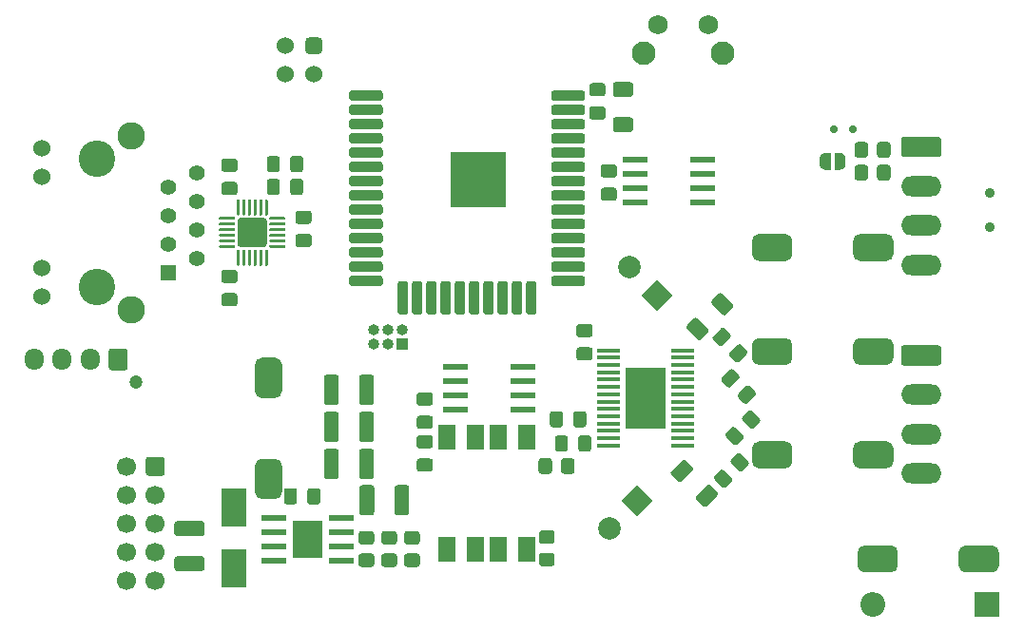
<source format=gbs>
G04 #@! TF.GenerationSoftware,KiCad,Pcbnew,(5.1.8)-1*
G04 #@! TF.CreationDate,2021-07-21T13:57:44+02:00*
G04 #@! TF.ProjectId,sensactHsNano,73656e73-6163-4744-9873-4e616e6f2e6b,rev?*
G04 #@! TF.SameCoordinates,Original*
G04 #@! TF.FileFunction,Soldermask,Bot*
G04 #@! TF.FilePolarity,Negative*
%FSLAX46Y46*%
G04 Gerber Fmt 4.6, Leading zero omitted, Abs format (unit mm)*
G04 Created by KiCad (PCBNEW (5.1.8)-1) date 2021-07-21 13:57:44*
%MOMM*%
%LPD*%
G01*
G04 APERTURE LIST*
%ADD10C,0.100000*%
%ADD11C,0.900000*%
%ADD12C,1.200000*%
%ADD13O,1.700000X1.950000*%
%ADD14C,1.524000*%
%ADD15O,2.200000X2.200000*%
%ADD16R,2.200000X2.200000*%
%ADD17O,3.600000X1.800000*%
%ADD18C,2.000000*%
%ADD19R,1.500000X2.300000*%
%ADD20R,5.000000X5.000000*%
%ADD21R,2.200000X0.600000*%
%ADD22O,1.000000X1.000000*%
%ADD23R,1.000000X1.000000*%
%ADD24C,0.700000*%
%ADD25C,2.100000*%
%ADD26C,1.750000*%
%ADD27C,1.700000*%
%ADD28C,3.250000*%
%ADD29C,2.445000*%
%ADD30C,1.530000*%
%ADD31C,1.398000*%
%ADD32R,1.398000X1.398000*%
%ADD33R,2.300000X3.500000*%
%ADD34R,3.600000X5.500000*%
%ADD35R,2.000000X0.400000*%
G04 APERTURE END LIST*
D10*
G36*
X179720000Y-110883602D02*
G01*
X179744534Y-110883602D01*
X179793365Y-110888412D01*
X179841490Y-110897984D01*
X179888445Y-110912228D01*
X179933778Y-110931005D01*
X179977051Y-110954136D01*
X180017850Y-110981396D01*
X180055779Y-111012524D01*
X180090476Y-111047221D01*
X180121604Y-111085150D01*
X180148864Y-111125949D01*
X180171995Y-111169222D01*
X180190772Y-111214555D01*
X180205016Y-111261510D01*
X180214588Y-111309635D01*
X180219398Y-111358466D01*
X180219398Y-111383000D01*
X180220000Y-111383000D01*
X180220000Y-111883000D01*
X180219398Y-111883000D01*
X180219398Y-111907534D01*
X180214588Y-111956365D01*
X180205016Y-112004490D01*
X180190772Y-112051445D01*
X180171995Y-112096778D01*
X180148864Y-112140051D01*
X180121604Y-112180850D01*
X180090476Y-112218779D01*
X180055779Y-112253476D01*
X180017850Y-112284604D01*
X179977051Y-112311864D01*
X179933778Y-112334995D01*
X179888445Y-112353772D01*
X179841490Y-112368016D01*
X179793365Y-112377588D01*
X179744534Y-112382398D01*
X179720000Y-112382398D01*
X179720000Y-112383000D01*
X179220000Y-112383000D01*
X179220000Y-110883000D01*
X179720000Y-110883000D01*
X179720000Y-110883602D01*
G37*
G36*
X178920000Y-112383000D02*
G01*
X178420000Y-112383000D01*
X178420000Y-112382398D01*
X178395466Y-112382398D01*
X178346635Y-112377588D01*
X178298510Y-112368016D01*
X178251555Y-112353772D01*
X178206222Y-112334995D01*
X178162949Y-112311864D01*
X178122150Y-112284604D01*
X178084221Y-112253476D01*
X178049524Y-112218779D01*
X178018396Y-112180850D01*
X177991136Y-112140051D01*
X177968005Y-112096778D01*
X177949228Y-112051445D01*
X177934984Y-112004490D01*
X177925412Y-111956365D01*
X177920602Y-111907534D01*
X177920602Y-111883000D01*
X177920000Y-111883000D01*
X177920000Y-111383000D01*
X177920602Y-111383000D01*
X177920602Y-111358466D01*
X177925412Y-111309635D01*
X177934984Y-111261510D01*
X177949228Y-111214555D01*
X177968005Y-111169222D01*
X177991136Y-111125949D01*
X178018396Y-111085150D01*
X178049524Y-111047221D01*
X178084221Y-111012524D01*
X178122150Y-110981396D01*
X178162949Y-110954136D01*
X178206222Y-110931005D01*
X178251555Y-110912228D01*
X178298510Y-110897984D01*
X178346635Y-110888412D01*
X178395466Y-110883602D01*
X178420000Y-110883602D01*
X178420000Y-110883000D01*
X178920000Y-110883000D01*
X178920000Y-112383000D01*
G37*
G36*
G01*
X183026000Y-111067001D02*
X183026000Y-110166999D01*
G75*
G02*
X183275999Y-109917000I249999J0D01*
G01*
X183976001Y-109917000D01*
G75*
G02*
X184226000Y-110166999I0J-249999D01*
G01*
X184226000Y-111067001D01*
G75*
G02*
X183976001Y-111317000I-249999J0D01*
G01*
X183275999Y-111317000D01*
G75*
G02*
X183026000Y-111067001I0J249999D01*
G01*
G37*
G36*
G01*
X181026000Y-111067001D02*
X181026000Y-110166999D01*
G75*
G02*
X181275999Y-109917000I249999J0D01*
G01*
X181976001Y-109917000D01*
G75*
G02*
X182226000Y-110166999I0J-249999D01*
G01*
X182226000Y-111067001D01*
G75*
G02*
X181976001Y-111317000I-249999J0D01*
G01*
X181275999Y-111317000D01*
G75*
G02*
X181026000Y-111067001I0J249999D01*
G01*
G37*
G36*
G01*
X182226000Y-112198999D02*
X182226000Y-113099001D01*
G75*
G02*
X181976001Y-113349000I-249999J0D01*
G01*
X181275999Y-113349000D01*
G75*
G02*
X181026000Y-113099001I0J249999D01*
G01*
X181026000Y-112198999D01*
G75*
G02*
X181275999Y-111949000I249999J0D01*
G01*
X181976001Y-111949000D01*
G75*
G02*
X182226000Y-112198999I0J-249999D01*
G01*
G37*
G36*
G01*
X184226000Y-112198999D02*
X184226000Y-113099001D01*
G75*
G02*
X183976001Y-113349000I-249999J0D01*
G01*
X183275999Y-113349000D01*
G75*
G02*
X183026000Y-113099001I0J249999D01*
G01*
X183026000Y-112198999D01*
G75*
G02*
X183275999Y-111949000I249999J0D01*
G01*
X183976001Y-111949000D01*
G75*
G02*
X184226000Y-112198999I0J-249999D01*
G01*
G37*
D11*
X193040000Y-114476400D03*
X193040000Y-117476400D03*
D12*
X117043000Y-131286000D03*
D13*
X107943000Y-129286000D03*
X110443000Y-129286000D03*
X112943000Y-129286000D03*
G36*
G01*
X116293000Y-128561000D02*
X116293000Y-130011000D01*
G75*
G02*
X116043000Y-130261000I-250000J0D01*
G01*
X114843000Y-130261000D01*
G75*
G02*
X114593000Y-130011000I0J250000D01*
G01*
X114593000Y-128561000D01*
G75*
G02*
X114843000Y-128311000I250000J0D01*
G01*
X116043000Y-128311000D01*
G75*
G02*
X116293000Y-128561000I0J-250000D01*
G01*
G37*
D14*
X130330000Y-103886000D03*
X132870000Y-103886000D03*
X130330000Y-101346000D03*
G36*
G01*
X132108000Y-101727000D02*
X132108000Y-100965000D01*
G75*
G02*
X132489000Y-100584000I381000J0D01*
G01*
X133251000Y-100584000D01*
G75*
G02*
X133632000Y-100965000I0J-381000D01*
G01*
X133632000Y-101727000D01*
G75*
G02*
X133251000Y-102108000I-381000J0D01*
G01*
X132489000Y-102108000D01*
G75*
G02*
X132108000Y-101727000I0J381000D01*
G01*
G37*
D15*
X182676800Y-151130000D03*
D16*
X192836800Y-151130000D03*
G36*
G01*
X130028800Y-138732800D02*
X130028800Y-141132800D01*
G75*
G02*
X129428800Y-141732800I-600000J0D01*
G01*
X128228800Y-141732800D01*
G75*
G02*
X127628800Y-141132800I0J600000D01*
G01*
X127628800Y-138732800D01*
G75*
G02*
X128228800Y-138132800I600000J0D01*
G01*
X129428800Y-138132800D01*
G75*
G02*
X130028800Y-138732800I0J-600000D01*
G01*
G37*
G36*
G01*
X130028800Y-129732800D02*
X130028800Y-132132800D01*
G75*
G02*
X129428800Y-132732800I-600000J0D01*
G01*
X128228800Y-132732800D01*
G75*
G02*
X127628800Y-132132800I0J600000D01*
G01*
X127628800Y-129732800D01*
G75*
G02*
X128228800Y-129132800I600000J0D01*
G01*
X129428800Y-129132800D01*
G75*
G02*
X130028800Y-129732800I0J-600000D01*
G01*
G37*
D17*
X186944000Y-139430400D03*
X186944000Y-135930400D03*
X186944000Y-132430400D03*
G36*
G01*
X185394000Y-128030400D02*
X188494000Y-128030400D01*
G75*
G02*
X188744000Y-128280400I0J-250000D01*
G01*
X188744000Y-129580400D01*
G75*
G02*
X188494000Y-129830400I-250000J0D01*
G01*
X185394000Y-129830400D01*
G75*
G02*
X185144000Y-129580400I0J250000D01*
G01*
X185144000Y-128280400D01*
G75*
G02*
X185394000Y-128030400I250000J0D01*
G01*
G37*
D18*
X159196126Y-144333874D03*
D10*
G36*
X161671000Y-140444786D02*
G01*
X163085214Y-141859000D01*
X161671000Y-143273214D01*
X160256786Y-141859000D01*
X161671000Y-140444786D01*
G37*
D19*
X149250400Y-146173200D03*
X151790400Y-146173200D03*
X151790400Y-136173200D03*
X149250400Y-136173200D03*
X147269200Y-136173200D03*
X144729200Y-136173200D03*
X144729200Y-146173200D03*
X147269200Y-146173200D03*
G36*
G01*
X154069201Y-145716800D02*
X153169199Y-145716800D01*
G75*
G02*
X152919200Y-145466801I0J249999D01*
G01*
X152919200Y-144766799D01*
G75*
G02*
X153169199Y-144516800I249999J0D01*
G01*
X154069201Y-144516800D01*
G75*
G02*
X154319200Y-144766799I0J-249999D01*
G01*
X154319200Y-145466801D01*
G75*
G02*
X154069201Y-145716800I-249999J0D01*
G01*
G37*
G36*
G01*
X154069201Y-147716800D02*
X153169199Y-147716800D01*
G75*
G02*
X152919200Y-147466801I0J249999D01*
G01*
X152919200Y-146766799D01*
G75*
G02*
X153169199Y-146516800I249999J0D01*
G01*
X154069201Y-146516800D01*
G75*
G02*
X154319200Y-146766799I0J-249999D01*
G01*
X154319200Y-147466801D01*
G75*
G02*
X154069201Y-147716800I-249999J0D01*
G01*
G37*
G36*
G01*
X169244017Y-125299225D02*
X168324775Y-124379983D01*
G75*
G02*
X168324775Y-124026433I176775J176775D01*
G01*
X168908141Y-123443067D01*
G75*
G02*
X169261691Y-123443067I176775J-176775D01*
G01*
X170180933Y-124362309D01*
G75*
G02*
X170180933Y-124715859I-176775J-176775D01*
G01*
X169597567Y-125299225D01*
G75*
G02*
X169244017Y-125299225I-176775J176775D01*
G01*
G37*
G36*
G01*
X167034309Y-127508933D02*
X166115067Y-126589691D01*
G75*
G02*
X166115067Y-126236141I176775J176775D01*
G01*
X166698433Y-125652775D01*
G75*
G02*
X167051983Y-125652775I176775J-176775D01*
G01*
X167971225Y-126572017D01*
G75*
G02*
X167971225Y-126925567I-176775J-176775D01*
G01*
X167387859Y-127508933D01*
G75*
G02*
X167034309Y-127508933I-176775J176775D01*
G01*
G37*
G36*
G01*
X166927775Y-141431017D02*
X167847017Y-140511775D01*
G75*
G02*
X168200567Y-140511775I176775J-176775D01*
G01*
X168783933Y-141095141D01*
G75*
G02*
X168783933Y-141448691I-176775J-176775D01*
G01*
X167864691Y-142367933D01*
G75*
G02*
X167511141Y-142367933I-176775J176775D01*
G01*
X166927775Y-141784567D01*
G75*
G02*
X166927775Y-141431017I176775J176775D01*
G01*
G37*
G36*
G01*
X164718067Y-139221309D02*
X165637309Y-138302067D01*
G75*
G02*
X165990859Y-138302067I176775J-176775D01*
G01*
X166574225Y-138885433D01*
G75*
G02*
X166574225Y-139238983I-176775J-176775D01*
G01*
X165654983Y-140158225D01*
G75*
G02*
X165301433Y-140158225I-176775J176775D01*
G01*
X164718067Y-139574859D01*
G75*
G02*
X164718067Y-139221309I176775J176775D01*
G01*
G37*
G36*
G01*
X136010500Y-106009000D02*
X136010500Y-105559000D01*
G75*
G02*
X136235500Y-105334000I225000J0D01*
G01*
X138785500Y-105334000D01*
G75*
G02*
X139010500Y-105559000I0J-225000D01*
G01*
X139010500Y-106009000D01*
G75*
G02*
X138785500Y-106234000I-225000J0D01*
G01*
X136235500Y-106234000D01*
G75*
G02*
X136010500Y-106009000I0J225000D01*
G01*
G37*
G36*
G01*
X136010500Y-107279000D02*
X136010500Y-106829000D01*
G75*
G02*
X136235500Y-106604000I225000J0D01*
G01*
X138785500Y-106604000D01*
G75*
G02*
X139010500Y-106829000I0J-225000D01*
G01*
X139010500Y-107279000D01*
G75*
G02*
X138785500Y-107504000I-225000J0D01*
G01*
X136235500Y-107504000D01*
G75*
G02*
X136010500Y-107279000I0J225000D01*
G01*
G37*
G36*
G01*
X136010500Y-108549000D02*
X136010500Y-108099000D01*
G75*
G02*
X136235500Y-107874000I225000J0D01*
G01*
X138785500Y-107874000D01*
G75*
G02*
X139010500Y-108099000I0J-225000D01*
G01*
X139010500Y-108549000D01*
G75*
G02*
X138785500Y-108774000I-225000J0D01*
G01*
X136235500Y-108774000D01*
G75*
G02*
X136010500Y-108549000I0J225000D01*
G01*
G37*
G36*
G01*
X136010500Y-109819000D02*
X136010500Y-109369000D01*
G75*
G02*
X136235500Y-109144000I225000J0D01*
G01*
X138785500Y-109144000D01*
G75*
G02*
X139010500Y-109369000I0J-225000D01*
G01*
X139010500Y-109819000D01*
G75*
G02*
X138785500Y-110044000I-225000J0D01*
G01*
X136235500Y-110044000D01*
G75*
G02*
X136010500Y-109819000I0J225000D01*
G01*
G37*
G36*
G01*
X136010500Y-111089000D02*
X136010500Y-110639000D01*
G75*
G02*
X136235500Y-110414000I225000J0D01*
G01*
X138785500Y-110414000D01*
G75*
G02*
X139010500Y-110639000I0J-225000D01*
G01*
X139010500Y-111089000D01*
G75*
G02*
X138785500Y-111314000I-225000J0D01*
G01*
X136235500Y-111314000D01*
G75*
G02*
X136010500Y-111089000I0J225000D01*
G01*
G37*
G36*
G01*
X136010500Y-112359000D02*
X136010500Y-111909000D01*
G75*
G02*
X136235500Y-111684000I225000J0D01*
G01*
X138785500Y-111684000D01*
G75*
G02*
X139010500Y-111909000I0J-225000D01*
G01*
X139010500Y-112359000D01*
G75*
G02*
X138785500Y-112584000I-225000J0D01*
G01*
X136235500Y-112584000D01*
G75*
G02*
X136010500Y-112359000I0J225000D01*
G01*
G37*
G36*
G01*
X136010500Y-113629000D02*
X136010500Y-113179000D01*
G75*
G02*
X136235500Y-112954000I225000J0D01*
G01*
X138785500Y-112954000D01*
G75*
G02*
X139010500Y-113179000I0J-225000D01*
G01*
X139010500Y-113629000D01*
G75*
G02*
X138785500Y-113854000I-225000J0D01*
G01*
X136235500Y-113854000D01*
G75*
G02*
X136010500Y-113629000I0J225000D01*
G01*
G37*
G36*
G01*
X136010500Y-114899000D02*
X136010500Y-114449000D01*
G75*
G02*
X136235500Y-114224000I225000J0D01*
G01*
X138785500Y-114224000D01*
G75*
G02*
X139010500Y-114449000I0J-225000D01*
G01*
X139010500Y-114899000D01*
G75*
G02*
X138785500Y-115124000I-225000J0D01*
G01*
X136235500Y-115124000D01*
G75*
G02*
X136010500Y-114899000I0J225000D01*
G01*
G37*
G36*
G01*
X136010500Y-116169000D02*
X136010500Y-115719000D01*
G75*
G02*
X136235500Y-115494000I225000J0D01*
G01*
X138785500Y-115494000D01*
G75*
G02*
X139010500Y-115719000I0J-225000D01*
G01*
X139010500Y-116169000D01*
G75*
G02*
X138785500Y-116394000I-225000J0D01*
G01*
X136235500Y-116394000D01*
G75*
G02*
X136010500Y-116169000I0J225000D01*
G01*
G37*
G36*
G01*
X136010500Y-117439000D02*
X136010500Y-116989000D01*
G75*
G02*
X136235500Y-116764000I225000J0D01*
G01*
X138785500Y-116764000D01*
G75*
G02*
X139010500Y-116989000I0J-225000D01*
G01*
X139010500Y-117439000D01*
G75*
G02*
X138785500Y-117664000I-225000J0D01*
G01*
X136235500Y-117664000D01*
G75*
G02*
X136010500Y-117439000I0J225000D01*
G01*
G37*
G36*
G01*
X136010500Y-118709000D02*
X136010500Y-118259000D01*
G75*
G02*
X136235500Y-118034000I225000J0D01*
G01*
X138785500Y-118034000D01*
G75*
G02*
X139010500Y-118259000I0J-225000D01*
G01*
X139010500Y-118709000D01*
G75*
G02*
X138785500Y-118934000I-225000J0D01*
G01*
X136235500Y-118934000D01*
G75*
G02*
X136010500Y-118709000I0J225000D01*
G01*
G37*
G36*
G01*
X136010500Y-119979000D02*
X136010500Y-119529000D01*
G75*
G02*
X136235500Y-119304000I225000J0D01*
G01*
X138785500Y-119304000D01*
G75*
G02*
X139010500Y-119529000I0J-225000D01*
G01*
X139010500Y-119979000D01*
G75*
G02*
X138785500Y-120204000I-225000J0D01*
G01*
X136235500Y-120204000D01*
G75*
G02*
X136010500Y-119979000I0J225000D01*
G01*
G37*
G36*
G01*
X136010500Y-121249000D02*
X136010500Y-120799000D01*
G75*
G02*
X136235500Y-120574000I225000J0D01*
G01*
X138785500Y-120574000D01*
G75*
G02*
X139010500Y-120799000I0J-225000D01*
G01*
X139010500Y-121249000D01*
G75*
G02*
X138785500Y-121474000I-225000J0D01*
G01*
X136235500Y-121474000D01*
G75*
G02*
X136010500Y-121249000I0J225000D01*
G01*
G37*
G36*
G01*
X136010500Y-122519000D02*
X136010500Y-122069000D01*
G75*
G02*
X136235500Y-121844000I225000J0D01*
G01*
X138785500Y-121844000D01*
G75*
G02*
X139010500Y-122069000I0J-225000D01*
G01*
X139010500Y-122519000D01*
G75*
G02*
X138785500Y-122744000I-225000J0D01*
G01*
X136235500Y-122744000D01*
G75*
G02*
X136010500Y-122519000I0J225000D01*
G01*
G37*
G36*
G01*
X141020500Y-125294000D02*
X140570500Y-125294000D01*
G75*
G02*
X140345500Y-125069000I0J225000D01*
G01*
X140345500Y-122519000D01*
G75*
G02*
X140570500Y-122294000I225000J0D01*
G01*
X141020500Y-122294000D01*
G75*
G02*
X141245500Y-122519000I0J-225000D01*
G01*
X141245500Y-125069000D01*
G75*
G02*
X141020500Y-125294000I-225000J0D01*
G01*
G37*
G36*
G01*
X142290500Y-125294000D02*
X141840500Y-125294000D01*
G75*
G02*
X141615500Y-125069000I0J225000D01*
G01*
X141615500Y-122519000D01*
G75*
G02*
X141840500Y-122294000I225000J0D01*
G01*
X142290500Y-122294000D01*
G75*
G02*
X142515500Y-122519000I0J-225000D01*
G01*
X142515500Y-125069000D01*
G75*
G02*
X142290500Y-125294000I-225000J0D01*
G01*
G37*
G36*
G01*
X143560500Y-125294000D02*
X143110500Y-125294000D01*
G75*
G02*
X142885500Y-125069000I0J225000D01*
G01*
X142885500Y-122519000D01*
G75*
G02*
X143110500Y-122294000I225000J0D01*
G01*
X143560500Y-122294000D01*
G75*
G02*
X143785500Y-122519000I0J-225000D01*
G01*
X143785500Y-125069000D01*
G75*
G02*
X143560500Y-125294000I-225000J0D01*
G01*
G37*
G36*
G01*
X144830500Y-125294000D02*
X144380500Y-125294000D01*
G75*
G02*
X144155500Y-125069000I0J225000D01*
G01*
X144155500Y-122519000D01*
G75*
G02*
X144380500Y-122294000I225000J0D01*
G01*
X144830500Y-122294000D01*
G75*
G02*
X145055500Y-122519000I0J-225000D01*
G01*
X145055500Y-125069000D01*
G75*
G02*
X144830500Y-125294000I-225000J0D01*
G01*
G37*
G36*
G01*
X146100500Y-125294000D02*
X145650500Y-125294000D01*
G75*
G02*
X145425500Y-125069000I0J225000D01*
G01*
X145425500Y-122519000D01*
G75*
G02*
X145650500Y-122294000I225000J0D01*
G01*
X146100500Y-122294000D01*
G75*
G02*
X146325500Y-122519000I0J-225000D01*
G01*
X146325500Y-125069000D01*
G75*
G02*
X146100500Y-125294000I-225000J0D01*
G01*
G37*
G36*
G01*
X147370500Y-125294000D02*
X146920500Y-125294000D01*
G75*
G02*
X146695500Y-125069000I0J225000D01*
G01*
X146695500Y-122519000D01*
G75*
G02*
X146920500Y-122294000I225000J0D01*
G01*
X147370500Y-122294000D01*
G75*
G02*
X147595500Y-122519000I0J-225000D01*
G01*
X147595500Y-125069000D01*
G75*
G02*
X147370500Y-125294000I-225000J0D01*
G01*
G37*
G36*
G01*
X148640500Y-125294000D02*
X148190500Y-125294000D01*
G75*
G02*
X147965500Y-125069000I0J225000D01*
G01*
X147965500Y-122519000D01*
G75*
G02*
X148190500Y-122294000I225000J0D01*
G01*
X148640500Y-122294000D01*
G75*
G02*
X148865500Y-122519000I0J-225000D01*
G01*
X148865500Y-125069000D01*
G75*
G02*
X148640500Y-125294000I-225000J0D01*
G01*
G37*
G36*
G01*
X149910500Y-125294000D02*
X149460500Y-125294000D01*
G75*
G02*
X149235500Y-125069000I0J225000D01*
G01*
X149235500Y-122519000D01*
G75*
G02*
X149460500Y-122294000I225000J0D01*
G01*
X149910500Y-122294000D01*
G75*
G02*
X150135500Y-122519000I0J-225000D01*
G01*
X150135500Y-125069000D01*
G75*
G02*
X149910500Y-125294000I-225000J0D01*
G01*
G37*
G36*
G01*
X151180500Y-125294000D02*
X150730500Y-125294000D01*
G75*
G02*
X150505500Y-125069000I0J225000D01*
G01*
X150505500Y-122519000D01*
G75*
G02*
X150730500Y-122294000I225000J0D01*
G01*
X151180500Y-122294000D01*
G75*
G02*
X151405500Y-122519000I0J-225000D01*
G01*
X151405500Y-125069000D01*
G75*
G02*
X151180500Y-125294000I-225000J0D01*
G01*
G37*
G36*
G01*
X152450500Y-125294000D02*
X152000500Y-125294000D01*
G75*
G02*
X151775500Y-125069000I0J225000D01*
G01*
X151775500Y-122519000D01*
G75*
G02*
X152000500Y-122294000I225000J0D01*
G01*
X152450500Y-122294000D01*
G75*
G02*
X152675500Y-122519000I0J-225000D01*
G01*
X152675500Y-125069000D01*
G75*
G02*
X152450500Y-125294000I-225000J0D01*
G01*
G37*
G36*
G01*
X157010500Y-122069000D02*
X157010500Y-122519000D01*
G75*
G02*
X156785500Y-122744000I-225000J0D01*
G01*
X154235500Y-122744000D01*
G75*
G02*
X154010500Y-122519000I0J225000D01*
G01*
X154010500Y-122069000D01*
G75*
G02*
X154235500Y-121844000I225000J0D01*
G01*
X156785500Y-121844000D01*
G75*
G02*
X157010500Y-122069000I0J-225000D01*
G01*
G37*
G36*
G01*
X157010500Y-120799000D02*
X157010500Y-121249000D01*
G75*
G02*
X156785500Y-121474000I-225000J0D01*
G01*
X154235500Y-121474000D01*
G75*
G02*
X154010500Y-121249000I0J225000D01*
G01*
X154010500Y-120799000D01*
G75*
G02*
X154235500Y-120574000I225000J0D01*
G01*
X156785500Y-120574000D01*
G75*
G02*
X157010500Y-120799000I0J-225000D01*
G01*
G37*
G36*
G01*
X157010500Y-119529000D02*
X157010500Y-119979000D01*
G75*
G02*
X156785500Y-120204000I-225000J0D01*
G01*
X154235500Y-120204000D01*
G75*
G02*
X154010500Y-119979000I0J225000D01*
G01*
X154010500Y-119529000D01*
G75*
G02*
X154235500Y-119304000I225000J0D01*
G01*
X156785500Y-119304000D01*
G75*
G02*
X157010500Y-119529000I0J-225000D01*
G01*
G37*
G36*
G01*
X157010500Y-118259000D02*
X157010500Y-118709000D01*
G75*
G02*
X156785500Y-118934000I-225000J0D01*
G01*
X154235500Y-118934000D01*
G75*
G02*
X154010500Y-118709000I0J225000D01*
G01*
X154010500Y-118259000D01*
G75*
G02*
X154235500Y-118034000I225000J0D01*
G01*
X156785500Y-118034000D01*
G75*
G02*
X157010500Y-118259000I0J-225000D01*
G01*
G37*
G36*
G01*
X157010500Y-116989000D02*
X157010500Y-117439000D01*
G75*
G02*
X156785500Y-117664000I-225000J0D01*
G01*
X154235500Y-117664000D01*
G75*
G02*
X154010500Y-117439000I0J225000D01*
G01*
X154010500Y-116989000D01*
G75*
G02*
X154235500Y-116764000I225000J0D01*
G01*
X156785500Y-116764000D01*
G75*
G02*
X157010500Y-116989000I0J-225000D01*
G01*
G37*
G36*
G01*
X157010500Y-115719000D02*
X157010500Y-116169000D01*
G75*
G02*
X156785500Y-116394000I-225000J0D01*
G01*
X154235500Y-116394000D01*
G75*
G02*
X154010500Y-116169000I0J225000D01*
G01*
X154010500Y-115719000D01*
G75*
G02*
X154235500Y-115494000I225000J0D01*
G01*
X156785500Y-115494000D01*
G75*
G02*
X157010500Y-115719000I0J-225000D01*
G01*
G37*
G36*
G01*
X157010500Y-114449000D02*
X157010500Y-114899000D01*
G75*
G02*
X156785500Y-115124000I-225000J0D01*
G01*
X154235500Y-115124000D01*
G75*
G02*
X154010500Y-114899000I0J225000D01*
G01*
X154010500Y-114449000D01*
G75*
G02*
X154235500Y-114224000I225000J0D01*
G01*
X156785500Y-114224000D01*
G75*
G02*
X157010500Y-114449000I0J-225000D01*
G01*
G37*
G36*
G01*
X157010500Y-113179000D02*
X157010500Y-113629000D01*
G75*
G02*
X156785500Y-113854000I-225000J0D01*
G01*
X154235500Y-113854000D01*
G75*
G02*
X154010500Y-113629000I0J225000D01*
G01*
X154010500Y-113179000D01*
G75*
G02*
X154235500Y-112954000I225000J0D01*
G01*
X156785500Y-112954000D01*
G75*
G02*
X157010500Y-113179000I0J-225000D01*
G01*
G37*
G36*
G01*
X157010500Y-111909000D02*
X157010500Y-112359000D01*
G75*
G02*
X156785500Y-112584000I-225000J0D01*
G01*
X154235500Y-112584000D01*
G75*
G02*
X154010500Y-112359000I0J225000D01*
G01*
X154010500Y-111909000D01*
G75*
G02*
X154235500Y-111684000I225000J0D01*
G01*
X156785500Y-111684000D01*
G75*
G02*
X157010500Y-111909000I0J-225000D01*
G01*
G37*
G36*
G01*
X157010500Y-110639000D02*
X157010500Y-111089000D01*
G75*
G02*
X156785500Y-111314000I-225000J0D01*
G01*
X154235500Y-111314000D01*
G75*
G02*
X154010500Y-111089000I0J225000D01*
G01*
X154010500Y-110639000D01*
G75*
G02*
X154235500Y-110414000I225000J0D01*
G01*
X156785500Y-110414000D01*
G75*
G02*
X157010500Y-110639000I0J-225000D01*
G01*
G37*
G36*
G01*
X157010500Y-109369000D02*
X157010500Y-109819000D01*
G75*
G02*
X156785500Y-110044000I-225000J0D01*
G01*
X154235500Y-110044000D01*
G75*
G02*
X154010500Y-109819000I0J225000D01*
G01*
X154010500Y-109369000D01*
G75*
G02*
X154235500Y-109144000I225000J0D01*
G01*
X156785500Y-109144000D01*
G75*
G02*
X157010500Y-109369000I0J-225000D01*
G01*
G37*
G36*
G01*
X157010500Y-108099000D02*
X157010500Y-108549000D01*
G75*
G02*
X156785500Y-108774000I-225000J0D01*
G01*
X154235500Y-108774000D01*
G75*
G02*
X154010500Y-108549000I0J225000D01*
G01*
X154010500Y-108099000D01*
G75*
G02*
X154235500Y-107874000I225000J0D01*
G01*
X156785500Y-107874000D01*
G75*
G02*
X157010500Y-108099000I0J-225000D01*
G01*
G37*
G36*
G01*
X157010500Y-106829000D02*
X157010500Y-107279000D01*
G75*
G02*
X156785500Y-107504000I-225000J0D01*
G01*
X154235500Y-107504000D01*
G75*
G02*
X154010500Y-107279000I0J225000D01*
G01*
X154010500Y-106829000D01*
G75*
G02*
X154235500Y-106604000I225000J0D01*
G01*
X156785500Y-106604000D01*
G75*
G02*
X157010500Y-106829000I0J-225000D01*
G01*
G37*
G36*
G01*
X157010500Y-105559000D02*
X157010500Y-106009000D01*
G75*
G02*
X156785500Y-106234000I-225000J0D01*
G01*
X154235500Y-106234000D01*
G75*
G02*
X154010500Y-106009000I0J225000D01*
G01*
X154010500Y-105559000D01*
G75*
G02*
X154235500Y-105334000I225000J0D01*
G01*
X156785500Y-105334000D01*
G75*
G02*
X157010500Y-105559000I0J-225000D01*
G01*
G37*
D20*
X147510500Y-113284000D03*
D10*
G36*
X133634000Y-143638000D02*
G01*
X133634000Y-146938000D01*
X131034000Y-146938000D01*
X131034000Y-143638000D01*
X133634000Y-143638000D01*
G37*
D21*
X129334000Y-143383000D03*
X129334000Y-144653000D03*
X129334000Y-145923000D03*
X129334000Y-147193000D03*
X135334000Y-147193000D03*
X135334000Y-145923000D03*
X135334000Y-144653000D03*
X135334000Y-143383000D03*
D22*
X138176000Y-126619000D03*
X138176000Y-127889000D03*
X139446000Y-126619000D03*
X139446000Y-127889000D03*
X140716000Y-126619000D03*
D23*
X140716000Y-127889000D03*
D24*
X179150000Y-108750000D03*
X180850000Y-108750000D03*
D25*
X169250000Y-101990000D03*
D26*
X168000000Y-99500000D03*
X163500000Y-99500000D03*
D25*
X162240000Y-101990000D03*
D18*
X160974126Y-121096126D03*
D10*
G36*
X164863214Y-123571000D02*
G01*
X163449000Y-124985214D01*
X162034786Y-123571000D01*
X163449000Y-122156786D01*
X164863214Y-123571000D01*
G37*
G36*
G01*
X174881000Y-129787500D02*
X172481000Y-129787500D01*
G75*
G02*
X171881000Y-129187500I0J600000D01*
G01*
X171881000Y-127987500D01*
G75*
G02*
X172481000Y-127387500I600000J0D01*
G01*
X174881000Y-127387500D01*
G75*
G02*
X175481000Y-127987500I0J-600000D01*
G01*
X175481000Y-129187500D01*
G75*
G02*
X174881000Y-129787500I-600000J0D01*
G01*
G37*
G36*
G01*
X183881000Y-129787500D02*
X181481000Y-129787500D01*
G75*
G02*
X180881000Y-129187500I0J600000D01*
G01*
X180881000Y-127987500D01*
G75*
G02*
X181481000Y-127387500I600000J0D01*
G01*
X183881000Y-127387500D01*
G75*
G02*
X184481000Y-127987500I0J-600000D01*
G01*
X184481000Y-129187500D01*
G75*
G02*
X183881000Y-129787500I-600000J0D01*
G01*
G37*
G36*
G01*
X174881000Y-120516500D02*
X172481000Y-120516500D01*
G75*
G02*
X171881000Y-119916500I0J600000D01*
G01*
X171881000Y-118716500D01*
G75*
G02*
X172481000Y-118116500I600000J0D01*
G01*
X174881000Y-118116500D01*
G75*
G02*
X175481000Y-118716500I0J-600000D01*
G01*
X175481000Y-119916500D01*
G75*
G02*
X174881000Y-120516500I-600000J0D01*
G01*
G37*
G36*
G01*
X183881000Y-120516500D02*
X181481000Y-120516500D01*
G75*
G02*
X180881000Y-119916500I0J600000D01*
G01*
X180881000Y-118716500D01*
G75*
G02*
X181481000Y-118116500I600000J0D01*
G01*
X183881000Y-118116500D01*
G75*
G02*
X184481000Y-118716500I0J-600000D01*
G01*
X184481000Y-119916500D01*
G75*
G02*
X183881000Y-120516500I-600000J0D01*
G01*
G37*
G36*
G01*
X174881000Y-138995000D02*
X172481000Y-138995000D01*
G75*
G02*
X171881000Y-138395000I0J600000D01*
G01*
X171881000Y-137195000D01*
G75*
G02*
X172481000Y-136595000I600000J0D01*
G01*
X174881000Y-136595000D01*
G75*
G02*
X175481000Y-137195000I0J-600000D01*
G01*
X175481000Y-138395000D01*
G75*
G02*
X174881000Y-138995000I-600000J0D01*
G01*
G37*
G36*
G01*
X183881000Y-138995000D02*
X181481000Y-138995000D01*
G75*
G02*
X180881000Y-138395000I0J600000D01*
G01*
X180881000Y-137195000D01*
G75*
G02*
X181481000Y-136595000I600000J0D01*
G01*
X183881000Y-136595000D01*
G75*
G02*
X184481000Y-137195000I0J-600000D01*
G01*
X184481000Y-138395000D01*
G75*
G02*
X183881000Y-138995000I-600000J0D01*
G01*
G37*
G36*
G01*
X184283200Y-148266000D02*
X181883200Y-148266000D01*
G75*
G02*
X181283200Y-147666000I0J600000D01*
G01*
X181283200Y-146466000D01*
G75*
G02*
X181883200Y-145866000I600000J0D01*
G01*
X184283200Y-145866000D01*
G75*
G02*
X184883200Y-146466000I0J-600000D01*
G01*
X184883200Y-147666000D01*
G75*
G02*
X184283200Y-148266000I-600000J0D01*
G01*
G37*
G36*
G01*
X193283200Y-148266000D02*
X190883200Y-148266000D01*
G75*
G02*
X190283200Y-147666000I0J600000D01*
G01*
X190283200Y-146466000D01*
G75*
G02*
X190883200Y-145866000I600000J0D01*
G01*
X193283200Y-145866000D01*
G75*
G02*
X193883200Y-146466000I0J-600000D01*
G01*
X193883200Y-147666000D01*
G75*
G02*
X193283200Y-148266000I-600000J0D01*
G01*
G37*
D27*
X116205000Y-148971000D03*
X116205000Y-146431000D03*
X116205000Y-143891000D03*
X116205000Y-141351000D03*
X116205000Y-138811000D03*
X118745000Y-148971000D03*
X118745000Y-146431000D03*
X118745000Y-143891000D03*
X118745000Y-141351000D03*
G36*
G01*
X119595000Y-138211000D02*
X119595000Y-139411000D01*
G75*
G02*
X119345000Y-139661000I-250000J0D01*
G01*
X118145000Y-139661000D01*
G75*
G02*
X117895000Y-139411000I0J250000D01*
G01*
X117895000Y-138211000D01*
G75*
G02*
X118145000Y-137961000I250000J0D01*
G01*
X119345000Y-137961000D01*
G75*
G02*
X119595000Y-138211000I0J-250000D01*
G01*
G37*
D28*
X113538000Y-122809000D03*
X113538000Y-111379000D03*
D29*
X116588000Y-109349000D03*
X116588000Y-124839000D03*
D30*
X108638000Y-113009000D03*
X108638000Y-110469000D03*
X108638000Y-121179000D03*
X108638000Y-123719000D03*
D31*
X122428000Y-112654000D03*
X119888000Y-113924000D03*
X122428000Y-115194000D03*
X119888000Y-116464000D03*
X122428000Y-117734000D03*
X119888000Y-119004000D03*
X122428000Y-120274000D03*
D32*
X119888000Y-121544000D03*
G36*
G01*
X141154999Y-146577000D02*
X142055001Y-146577000D01*
G75*
G02*
X142305000Y-146826999I0J-249999D01*
G01*
X142305000Y-147527001D01*
G75*
G02*
X142055001Y-147777000I-249999J0D01*
G01*
X141154999Y-147777000D01*
G75*
G02*
X140905000Y-147527001I0J249999D01*
G01*
X140905000Y-146826999D01*
G75*
G02*
X141154999Y-146577000I249999J0D01*
G01*
G37*
G36*
G01*
X141154999Y-144577000D02*
X142055001Y-144577000D01*
G75*
G02*
X142305000Y-144826999I0J-249999D01*
G01*
X142305000Y-145527001D01*
G75*
G02*
X142055001Y-145777000I-249999J0D01*
G01*
X141154999Y-145777000D01*
G75*
G02*
X140905000Y-145527001I0J249999D01*
G01*
X140905000Y-144826999D01*
G75*
G02*
X141154999Y-144577000I249999J0D01*
G01*
G37*
G36*
G01*
X140023001Y-145777000D02*
X139122999Y-145777000D01*
G75*
G02*
X138873000Y-145527001I0J249999D01*
G01*
X138873000Y-144826999D01*
G75*
G02*
X139122999Y-144577000I249999J0D01*
G01*
X140023001Y-144577000D01*
G75*
G02*
X140273000Y-144826999I0J-249999D01*
G01*
X140273000Y-145527001D01*
G75*
G02*
X140023001Y-145777000I-249999J0D01*
G01*
G37*
G36*
G01*
X140023001Y-147777000D02*
X139122999Y-147777000D01*
G75*
G02*
X138873000Y-147527001I0J249999D01*
G01*
X138873000Y-146826999D01*
G75*
G02*
X139122999Y-146577000I249999J0D01*
G01*
X140023001Y-146577000D01*
G75*
G02*
X140273000Y-146826999I0J-249999D01*
G01*
X140273000Y-147527001D01*
G75*
G02*
X140023001Y-147777000I-249999J0D01*
G01*
G37*
G36*
G01*
X137090999Y-146577000D02*
X137991001Y-146577000D01*
G75*
G02*
X138241000Y-146826999I0J-249999D01*
G01*
X138241000Y-147527001D01*
G75*
G02*
X137991001Y-147777000I-249999J0D01*
G01*
X137090999Y-147777000D01*
G75*
G02*
X136841000Y-147527001I0J249999D01*
G01*
X136841000Y-146826999D01*
G75*
G02*
X137090999Y-146577000I249999J0D01*
G01*
G37*
G36*
G01*
X137090999Y-144577000D02*
X137991001Y-144577000D01*
G75*
G02*
X138241000Y-144826999I0J-249999D01*
G01*
X138241000Y-145527001D01*
G75*
G02*
X137991001Y-145777000I-249999J0D01*
G01*
X137090999Y-145777000D01*
G75*
G02*
X136841000Y-145527001I0J249999D01*
G01*
X136841000Y-144826999D01*
G75*
G02*
X137090999Y-144577000I249999J0D01*
G01*
G37*
D33*
X125780800Y-147886400D03*
X125780800Y-142486400D03*
G36*
G01*
X136891600Y-136405802D02*
X136891600Y-134205798D01*
G75*
G02*
X137141598Y-133955800I249998J0D01*
G01*
X137966602Y-133955800D01*
G75*
G02*
X138216600Y-134205798I0J-249998D01*
G01*
X138216600Y-136405802D01*
G75*
G02*
X137966602Y-136655800I-249998J0D01*
G01*
X137141598Y-136655800D01*
G75*
G02*
X136891600Y-136405802I0J249998D01*
G01*
G37*
G36*
G01*
X133766600Y-136405802D02*
X133766600Y-134205798D01*
G75*
G02*
X134016598Y-133955800I249998J0D01*
G01*
X134841602Y-133955800D01*
G75*
G02*
X135091600Y-134205798I0J-249998D01*
G01*
X135091600Y-136405802D01*
G75*
G02*
X134841602Y-136655800I-249998J0D01*
G01*
X134016598Y-136655800D01*
G75*
G02*
X133766600Y-136405802I0J249998D01*
G01*
G37*
G36*
G01*
X136891600Y-139707802D02*
X136891600Y-137507798D01*
G75*
G02*
X137141598Y-137257800I249998J0D01*
G01*
X137966602Y-137257800D01*
G75*
G02*
X138216600Y-137507798I0J-249998D01*
G01*
X138216600Y-139707802D01*
G75*
G02*
X137966602Y-139957800I-249998J0D01*
G01*
X137141598Y-139957800D01*
G75*
G02*
X136891600Y-139707802I0J249998D01*
G01*
G37*
G36*
G01*
X133766600Y-139707802D02*
X133766600Y-137507798D01*
G75*
G02*
X134016598Y-137257800I249998J0D01*
G01*
X134841602Y-137257800D01*
G75*
G02*
X135091600Y-137507798I0J-249998D01*
G01*
X135091600Y-139707802D01*
G75*
G02*
X134841602Y-139957800I-249998J0D01*
G01*
X134016598Y-139957800D01*
G75*
G02*
X133766600Y-139707802I0J249998D01*
G01*
G37*
G36*
G01*
X140041200Y-142933602D02*
X140041200Y-140733598D01*
G75*
G02*
X140291198Y-140483600I249998J0D01*
G01*
X141116202Y-140483600D01*
G75*
G02*
X141366200Y-140733598I0J-249998D01*
G01*
X141366200Y-142933602D01*
G75*
G02*
X141116202Y-143183600I-249998J0D01*
G01*
X140291198Y-143183600D01*
G75*
G02*
X140041200Y-142933602I0J249998D01*
G01*
G37*
G36*
G01*
X136916200Y-142933602D02*
X136916200Y-140733598D01*
G75*
G02*
X137166198Y-140483600I249998J0D01*
G01*
X137991202Y-140483600D01*
G75*
G02*
X138241200Y-140733598I0J-249998D01*
G01*
X138241200Y-142933602D01*
G75*
G02*
X137991202Y-143183600I-249998J0D01*
G01*
X137166198Y-143183600D01*
G75*
G02*
X136916200Y-142933602I0J249998D01*
G01*
G37*
G36*
G01*
X136891600Y-133103802D02*
X136891600Y-130903798D01*
G75*
G02*
X137141598Y-130653800I249998J0D01*
G01*
X137966602Y-130653800D01*
G75*
G02*
X138216600Y-130903798I0J-249998D01*
G01*
X138216600Y-133103802D01*
G75*
G02*
X137966602Y-133353800I-249998J0D01*
G01*
X137141598Y-133353800D01*
G75*
G02*
X136891600Y-133103802I0J249998D01*
G01*
G37*
G36*
G01*
X133766600Y-133103802D02*
X133766600Y-130903798D01*
G75*
G02*
X134016598Y-130653800I249998J0D01*
G01*
X134841602Y-130653800D01*
G75*
G02*
X135091600Y-130903798I0J-249998D01*
G01*
X135091600Y-133103802D01*
G75*
G02*
X134841602Y-133353800I-249998J0D01*
G01*
X134016598Y-133353800D01*
G75*
G02*
X133766600Y-133103802I0J249998D01*
G01*
G37*
G36*
G01*
X132276000Y-141953000D02*
X132276000Y-141003000D01*
G75*
G02*
X132526000Y-140753000I250000J0D01*
G01*
X133201000Y-140753000D01*
G75*
G02*
X133451000Y-141003000I0J-250000D01*
G01*
X133451000Y-141953000D01*
G75*
G02*
X133201000Y-142203000I-250000J0D01*
G01*
X132526000Y-142203000D01*
G75*
G02*
X132276000Y-141953000I0J250000D01*
G01*
G37*
G36*
G01*
X130201000Y-141953000D02*
X130201000Y-141003000D01*
G75*
G02*
X130451000Y-140753000I250000J0D01*
G01*
X131126000Y-140753000D01*
G75*
G02*
X131376000Y-141003000I0J-250000D01*
G01*
X131376000Y-141953000D01*
G75*
G02*
X131126000Y-142203000I-250000J0D01*
G01*
X130451000Y-142203000D01*
G75*
G02*
X130201000Y-141953000I0J250000D01*
G01*
G37*
G36*
G01*
X120692998Y-146823000D02*
X122893002Y-146823000D01*
G75*
G02*
X123143000Y-147072998I0J-249998D01*
G01*
X123143000Y-147898002D01*
G75*
G02*
X122893002Y-148148000I-249998J0D01*
G01*
X120692998Y-148148000D01*
G75*
G02*
X120443000Y-147898002I0J249998D01*
G01*
X120443000Y-147072998D01*
G75*
G02*
X120692998Y-146823000I249998J0D01*
G01*
G37*
G36*
G01*
X120692998Y-143698000D02*
X122893002Y-143698000D01*
G75*
G02*
X123143000Y-143947998I0J-249998D01*
G01*
X123143000Y-144773002D01*
G75*
G02*
X122893002Y-145023000I-249998J0D01*
G01*
X120692998Y-145023000D01*
G75*
G02*
X120443000Y-144773002I0J249998D01*
G01*
X120443000Y-143947998D01*
G75*
G02*
X120692998Y-143698000I249998J0D01*
G01*
G37*
D17*
X186944000Y-120863000D03*
X186944000Y-117363000D03*
X186944000Y-113863000D03*
G36*
G01*
X185394000Y-109463000D02*
X188494000Y-109463000D01*
G75*
G02*
X188744000Y-109713000I0J-250000D01*
G01*
X188744000Y-111013000D01*
G75*
G02*
X188494000Y-111263000I-250000J0D01*
G01*
X185394000Y-111263000D01*
G75*
G02*
X185144000Y-111013000I0J250000D01*
G01*
X185144000Y-109713000D01*
G75*
G02*
X185394000Y-109463000I250000J0D01*
G01*
G37*
D34*
X162433000Y-132715000D03*
D35*
X165733000Y-136940000D03*
X165733000Y-136290000D03*
X165733000Y-135640000D03*
X165733000Y-134990000D03*
X165733000Y-134340000D03*
X165733000Y-133690000D03*
X165733000Y-133040000D03*
X165733000Y-132390000D03*
X165733000Y-131740000D03*
X165733000Y-131090000D03*
X165733000Y-130440000D03*
X165733000Y-129790000D03*
X165733000Y-129140000D03*
X159133000Y-128490000D03*
X159133000Y-129140000D03*
X159133000Y-129790000D03*
X159133000Y-130440000D03*
X159133000Y-131090000D03*
X159133000Y-131740000D03*
X159133000Y-132390000D03*
X159133000Y-133040000D03*
X159133000Y-133690000D03*
X159133000Y-134340000D03*
X159133000Y-134990000D03*
X159133000Y-135640000D03*
X159133000Y-136290000D03*
X165733000Y-128490000D03*
X159133000Y-136940000D03*
G36*
G01*
X154082800Y-138335599D02*
X154082800Y-139235601D01*
G75*
G02*
X153832801Y-139485600I-249999J0D01*
G01*
X153132799Y-139485600D01*
G75*
G02*
X152882800Y-139235601I0J249999D01*
G01*
X152882800Y-138335599D01*
G75*
G02*
X153132799Y-138085600I249999J0D01*
G01*
X153832801Y-138085600D01*
G75*
G02*
X154082800Y-138335599I0J-249999D01*
G01*
G37*
G36*
G01*
X156082800Y-138335599D02*
X156082800Y-139235601D01*
G75*
G02*
X155832801Y-139485600I-249999J0D01*
G01*
X155132799Y-139485600D01*
G75*
G02*
X154882800Y-139235601I0J249999D01*
G01*
X154882800Y-138335599D01*
G75*
G02*
X155132799Y-138085600I249999J0D01*
G01*
X155832801Y-138085600D01*
G75*
G02*
X156082800Y-138335599I0J-249999D01*
G01*
G37*
G36*
G01*
X161051002Y-105907000D02*
X159750998Y-105907000D01*
G75*
G02*
X159501000Y-105657002I0J249998D01*
G01*
X159501000Y-104831998D01*
G75*
G02*
X159750998Y-104582000I249998J0D01*
G01*
X161051002Y-104582000D01*
G75*
G02*
X161301000Y-104831998I0J-249998D01*
G01*
X161301000Y-105657002D01*
G75*
G02*
X161051002Y-105907000I-249998J0D01*
G01*
G37*
G36*
G01*
X161051002Y-109032000D02*
X159750998Y-109032000D01*
G75*
G02*
X159501000Y-108782002I0J249998D01*
G01*
X159501000Y-107956998D01*
G75*
G02*
X159750998Y-107707000I249998J0D01*
G01*
X161051002Y-107707000D01*
G75*
G02*
X161301000Y-107956998I0J-249998D01*
G01*
X161301000Y-108782002D01*
G75*
G02*
X161051002Y-109032000I-249998J0D01*
G01*
G37*
G36*
G01*
X158590000Y-105849000D02*
X157640000Y-105849000D01*
G75*
G02*
X157390000Y-105599000I0J250000D01*
G01*
X157390000Y-104924000D01*
G75*
G02*
X157640000Y-104674000I250000J0D01*
G01*
X158590000Y-104674000D01*
G75*
G02*
X158840000Y-104924000I0J-250000D01*
G01*
X158840000Y-105599000D01*
G75*
G02*
X158590000Y-105849000I-250000J0D01*
G01*
G37*
G36*
G01*
X158590000Y-107924000D02*
X157640000Y-107924000D01*
G75*
G02*
X157390000Y-107674000I0J250000D01*
G01*
X157390000Y-106999000D01*
G75*
G02*
X157640000Y-106749000I250000J0D01*
G01*
X158590000Y-106749000D01*
G75*
G02*
X158840000Y-106999000I0J-250000D01*
G01*
X158840000Y-107674000D01*
G75*
G02*
X158590000Y-107924000I-250000J0D01*
G01*
G37*
G36*
G01*
X125824000Y-112580000D02*
X124874000Y-112580000D01*
G75*
G02*
X124624000Y-112330000I0J250000D01*
G01*
X124624000Y-111655000D01*
G75*
G02*
X124874000Y-111405000I250000J0D01*
G01*
X125824000Y-111405000D01*
G75*
G02*
X126074000Y-111655000I0J-250000D01*
G01*
X126074000Y-112330000D01*
G75*
G02*
X125824000Y-112580000I-250000J0D01*
G01*
G37*
G36*
G01*
X125824000Y-114655000D02*
X124874000Y-114655000D01*
G75*
G02*
X124624000Y-114405000I0J250000D01*
G01*
X124624000Y-113730000D01*
G75*
G02*
X124874000Y-113480000I250000J0D01*
G01*
X125824000Y-113480000D01*
G75*
G02*
X126074000Y-113730000I0J-250000D01*
G01*
X126074000Y-114405000D01*
G75*
G02*
X125824000Y-114655000I-250000J0D01*
G01*
G37*
G36*
G01*
X124874000Y-123386000D02*
X125824000Y-123386000D01*
G75*
G02*
X126074000Y-123636000I0J-250000D01*
G01*
X126074000Y-124311000D01*
G75*
G02*
X125824000Y-124561000I-250000J0D01*
G01*
X124874000Y-124561000D01*
G75*
G02*
X124624000Y-124311000I0J250000D01*
G01*
X124624000Y-123636000D01*
G75*
G02*
X124874000Y-123386000I250000J0D01*
G01*
G37*
G36*
G01*
X124874000Y-121311000D02*
X125824000Y-121311000D01*
G75*
G02*
X126074000Y-121561000I0J-250000D01*
G01*
X126074000Y-122236000D01*
G75*
G02*
X125824000Y-122486000I-250000J0D01*
G01*
X124874000Y-122486000D01*
G75*
G02*
X124624000Y-122236000I0J250000D01*
G01*
X124624000Y-121561000D01*
G75*
G02*
X124874000Y-121311000I250000J0D01*
G01*
G37*
G36*
G01*
X132428000Y-117215500D02*
X131478000Y-117215500D01*
G75*
G02*
X131228000Y-116965500I0J250000D01*
G01*
X131228000Y-116290500D01*
G75*
G02*
X131478000Y-116040500I250000J0D01*
G01*
X132428000Y-116040500D01*
G75*
G02*
X132678000Y-116290500I0J-250000D01*
G01*
X132678000Y-116965500D01*
G75*
G02*
X132428000Y-117215500I-250000J0D01*
G01*
G37*
G36*
G01*
X132428000Y-119290500D02*
X131478000Y-119290500D01*
G75*
G02*
X131228000Y-119040500I0J250000D01*
G01*
X131228000Y-118365500D01*
G75*
G02*
X131478000Y-118115500I250000J0D01*
G01*
X132428000Y-118115500D01*
G75*
G02*
X132678000Y-118365500I0J-250000D01*
G01*
X132678000Y-119040500D01*
G75*
G02*
X132428000Y-119290500I-250000J0D01*
G01*
G37*
G36*
G01*
X130752000Y-112362000D02*
X130752000Y-111412000D01*
G75*
G02*
X131002000Y-111162000I250000J0D01*
G01*
X131677000Y-111162000D01*
G75*
G02*
X131927000Y-111412000I0J-250000D01*
G01*
X131927000Y-112362000D01*
G75*
G02*
X131677000Y-112612000I-250000J0D01*
G01*
X131002000Y-112612000D01*
G75*
G02*
X130752000Y-112362000I0J250000D01*
G01*
G37*
G36*
G01*
X128677000Y-112362000D02*
X128677000Y-111412000D01*
G75*
G02*
X128927000Y-111162000I250000J0D01*
G01*
X129602000Y-111162000D01*
G75*
G02*
X129852000Y-111412000I0J-250000D01*
G01*
X129852000Y-112362000D01*
G75*
G02*
X129602000Y-112612000I-250000J0D01*
G01*
X128927000Y-112612000D01*
G75*
G02*
X128677000Y-112362000I0J250000D01*
G01*
G37*
G36*
G01*
X130752000Y-114394000D02*
X130752000Y-113444000D01*
G75*
G02*
X131002000Y-113194000I250000J0D01*
G01*
X131677000Y-113194000D01*
G75*
G02*
X131927000Y-113444000I0J-250000D01*
G01*
X131927000Y-114394000D01*
G75*
G02*
X131677000Y-114644000I-250000J0D01*
G01*
X131002000Y-114644000D01*
G75*
G02*
X130752000Y-114394000I0J250000D01*
G01*
G37*
G36*
G01*
X128677000Y-114394000D02*
X128677000Y-113444000D01*
G75*
G02*
X128927000Y-113194000I250000J0D01*
G01*
X129602000Y-113194000D01*
G75*
G02*
X129852000Y-113444000I0J-250000D01*
G01*
X129852000Y-114394000D01*
G75*
G02*
X129602000Y-114644000I-250000J0D01*
G01*
X128927000Y-114644000D01*
G75*
G02*
X128677000Y-114394000I0J250000D01*
G01*
G37*
G36*
G01*
X158656000Y-113988000D02*
X159606000Y-113988000D01*
G75*
G02*
X159856000Y-114238000I0J-250000D01*
G01*
X159856000Y-114913000D01*
G75*
G02*
X159606000Y-115163000I-250000J0D01*
G01*
X158656000Y-115163000D01*
G75*
G02*
X158406000Y-114913000I0J250000D01*
G01*
X158406000Y-114238000D01*
G75*
G02*
X158656000Y-113988000I250000J0D01*
G01*
G37*
G36*
G01*
X158656000Y-111913000D02*
X159606000Y-111913000D01*
G75*
G02*
X159856000Y-112163000I0J-250000D01*
G01*
X159856000Y-112838000D01*
G75*
G02*
X159606000Y-113088000I-250000J0D01*
G01*
X158656000Y-113088000D01*
G75*
G02*
X158406000Y-112838000I0J250000D01*
G01*
X158406000Y-112163000D01*
G75*
G02*
X158656000Y-111913000I250000J0D01*
G01*
G37*
G36*
G01*
X143223000Y-133408000D02*
X142273000Y-133408000D01*
G75*
G02*
X142023000Y-133158000I0J250000D01*
G01*
X142023000Y-132483000D01*
G75*
G02*
X142273000Y-132233000I250000J0D01*
G01*
X143223000Y-132233000D01*
G75*
G02*
X143473000Y-132483000I0J-250000D01*
G01*
X143473000Y-133158000D01*
G75*
G02*
X143223000Y-133408000I-250000J0D01*
G01*
G37*
G36*
G01*
X143223000Y-135483000D02*
X142273000Y-135483000D01*
G75*
G02*
X142023000Y-135233000I0J250000D01*
G01*
X142023000Y-134558000D01*
G75*
G02*
X142273000Y-134308000I250000J0D01*
G01*
X143223000Y-134308000D01*
G75*
G02*
X143473000Y-134558000I0J-250000D01*
G01*
X143473000Y-135233000D01*
G75*
G02*
X143223000Y-135483000I-250000J0D01*
G01*
G37*
G36*
G01*
X142273000Y-138118000D02*
X143223000Y-138118000D01*
G75*
G02*
X143473000Y-138368000I0J-250000D01*
G01*
X143473000Y-139043000D01*
G75*
G02*
X143223000Y-139293000I-250000J0D01*
G01*
X142273000Y-139293000D01*
G75*
G02*
X142023000Y-139043000I0J250000D01*
G01*
X142023000Y-138368000D01*
G75*
G02*
X142273000Y-138118000I250000J0D01*
G01*
G37*
G36*
G01*
X142273000Y-136043000D02*
X143223000Y-136043000D01*
G75*
G02*
X143473000Y-136293000I0J-250000D01*
G01*
X143473000Y-136968000D01*
G75*
G02*
X143223000Y-137218000I-250000J0D01*
G01*
X142273000Y-137218000D01*
G75*
G02*
X142023000Y-136968000I0J250000D01*
G01*
X142023000Y-136293000D01*
G75*
G02*
X142273000Y-136043000I250000J0D01*
G01*
G37*
G36*
G01*
X170670322Y-132353073D02*
X171342073Y-131681322D01*
G75*
G02*
X171695627Y-131681322I176777J-176777D01*
G01*
X172172924Y-132158619D01*
G75*
G02*
X172172924Y-132512173I-176777J-176777D01*
G01*
X171501173Y-133183924D01*
G75*
G02*
X171147619Y-133183924I-176777J176777D01*
G01*
X170670322Y-132706627D01*
G75*
G02*
X170670322Y-132353073I176777J176777D01*
G01*
G37*
G36*
G01*
X169203076Y-130885827D02*
X169874827Y-130214076D01*
G75*
G02*
X170228381Y-130214076I176777J-176777D01*
G01*
X170705678Y-130691373D01*
G75*
G02*
X170705678Y-131044927I-176777J-176777D01*
G01*
X170033927Y-131716678D01*
G75*
G02*
X169680373Y-131716678I-176777J176777D01*
G01*
X169203076Y-131239381D01*
G75*
G02*
X169203076Y-130885827I176777J176777D01*
G01*
G37*
G36*
G01*
X169908322Y-128670073D02*
X170580073Y-127998322D01*
G75*
G02*
X170933627Y-127998322I176777J-176777D01*
G01*
X171410924Y-128475619D01*
G75*
G02*
X171410924Y-128829173I-176777J-176777D01*
G01*
X170739173Y-129500924D01*
G75*
G02*
X170385619Y-129500924I-176777J176777D01*
G01*
X169908322Y-129023627D01*
G75*
G02*
X169908322Y-128670073I176777J176777D01*
G01*
G37*
G36*
G01*
X168441076Y-127202827D02*
X169112827Y-126531076D01*
G75*
G02*
X169466381Y-126531076I176777J-176777D01*
G01*
X169943678Y-127008373D01*
G75*
G02*
X169943678Y-127361927I-176777J-176777D01*
G01*
X169271927Y-128033678D01*
G75*
G02*
X168918373Y-128033678I-176777J176777D01*
G01*
X168441076Y-127556381D01*
G75*
G02*
X168441076Y-127202827I176777J176777D01*
G01*
G37*
G36*
G01*
X171723073Y-135399678D02*
X171051322Y-134727927D01*
G75*
G02*
X171051322Y-134374373I176777J176777D01*
G01*
X171528619Y-133897076D01*
G75*
G02*
X171882173Y-133897076I176777J-176777D01*
G01*
X172553924Y-134568827D01*
G75*
G02*
X172553924Y-134922381I-176777J-176777D01*
G01*
X172076627Y-135399678D01*
G75*
G02*
X171723073Y-135399678I-176777J176777D01*
G01*
G37*
G36*
G01*
X170255827Y-136866924D02*
X169584076Y-136195173D01*
G75*
G02*
X169584076Y-135841619I176777J176777D01*
G01*
X170061373Y-135364322D01*
G75*
G02*
X170414927Y-135364322I176777J-176777D01*
G01*
X171086678Y-136036073D01*
G75*
G02*
X171086678Y-136389627I-176777J-176777D01*
G01*
X170609381Y-136866924D01*
G75*
G02*
X170255827Y-136866924I-176777J176777D01*
G01*
G37*
G36*
G01*
X170707073Y-139209678D02*
X170035322Y-138537927D01*
G75*
G02*
X170035322Y-138184373I176777J176777D01*
G01*
X170512619Y-137707076D01*
G75*
G02*
X170866173Y-137707076I176777J-176777D01*
G01*
X171537924Y-138378827D01*
G75*
G02*
X171537924Y-138732381I-176777J-176777D01*
G01*
X171060627Y-139209678D01*
G75*
G02*
X170707073Y-139209678I-176777J176777D01*
G01*
G37*
G36*
G01*
X169239827Y-140676924D02*
X168568076Y-140005173D01*
G75*
G02*
X168568076Y-139651619I176777J176777D01*
G01*
X169045373Y-139174322D01*
G75*
G02*
X169398927Y-139174322I176777J-176777D01*
G01*
X170070678Y-139846073D01*
G75*
G02*
X170070678Y-140199627I-176777J-176777D01*
G01*
X169593381Y-140676924D01*
G75*
G02*
X169239827Y-140676924I-176777J176777D01*
G01*
G37*
G36*
G01*
X155061500Y-134145000D02*
X155061500Y-135095000D01*
G75*
G02*
X154811500Y-135345000I-250000J0D01*
G01*
X154136500Y-135345000D01*
G75*
G02*
X153886500Y-135095000I0J250000D01*
G01*
X153886500Y-134145000D01*
G75*
G02*
X154136500Y-133895000I250000J0D01*
G01*
X154811500Y-133895000D01*
G75*
G02*
X155061500Y-134145000I0J-250000D01*
G01*
G37*
G36*
G01*
X157136500Y-134145000D02*
X157136500Y-135095000D01*
G75*
G02*
X156886500Y-135345000I-250000J0D01*
G01*
X156211500Y-135345000D01*
G75*
G02*
X155961500Y-135095000I0J250000D01*
G01*
X155961500Y-134145000D01*
G75*
G02*
X156211500Y-133895000I250000J0D01*
G01*
X156886500Y-133895000D01*
G75*
G02*
X157136500Y-134145000I0J-250000D01*
G01*
G37*
G36*
G01*
X157447000Y-127312000D02*
X156497000Y-127312000D01*
G75*
G02*
X156247000Y-127062000I0J250000D01*
G01*
X156247000Y-126387000D01*
G75*
G02*
X156497000Y-126137000I250000J0D01*
G01*
X157447000Y-126137000D01*
G75*
G02*
X157697000Y-126387000I0J-250000D01*
G01*
X157697000Y-127062000D01*
G75*
G02*
X157447000Y-127312000I-250000J0D01*
G01*
G37*
G36*
G01*
X157447000Y-129387000D02*
X156497000Y-129387000D01*
G75*
G02*
X156247000Y-129137000I0J250000D01*
G01*
X156247000Y-128462000D01*
G75*
G02*
X156497000Y-128212000I250000J0D01*
G01*
X157447000Y-128212000D01*
G75*
G02*
X157697000Y-128462000I0J-250000D01*
G01*
X157697000Y-129137000D01*
G75*
G02*
X157447000Y-129387000I-250000J0D01*
G01*
G37*
G36*
G01*
X155506000Y-136304000D02*
X155506000Y-137254000D01*
G75*
G02*
X155256000Y-137504000I-250000J0D01*
G01*
X154581000Y-137504000D01*
G75*
G02*
X154331000Y-137254000I0J250000D01*
G01*
X154331000Y-136304000D01*
G75*
G02*
X154581000Y-136054000I250000J0D01*
G01*
X155256000Y-136054000D01*
G75*
G02*
X155506000Y-136304000I0J-250000D01*
G01*
G37*
G36*
G01*
X157581000Y-136304000D02*
X157581000Y-137254000D01*
G75*
G02*
X157331000Y-137504000I-250000J0D01*
G01*
X156656000Y-137504000D01*
G75*
G02*
X156406000Y-137254000I0J250000D01*
G01*
X156406000Y-136304000D01*
G75*
G02*
X156656000Y-136054000I250000J0D01*
G01*
X157331000Y-136054000D01*
G75*
G02*
X157581000Y-136304000I0J-250000D01*
G01*
G37*
D21*
X167465000Y-115316000D03*
X167465000Y-114046000D03*
X167465000Y-112776000D03*
X167465000Y-111506000D03*
X161465000Y-111506000D03*
X161465000Y-112776000D03*
X161465000Y-114046000D03*
X161465000Y-115316000D03*
X151447500Y-133731000D03*
X151447500Y-132461000D03*
X151447500Y-131191000D03*
X151447500Y-129921000D03*
X145447500Y-129921000D03*
X145447500Y-131191000D03*
X145447500Y-132461000D03*
X145447500Y-133731000D03*
G36*
G01*
X124493500Y-116608000D02*
X125793500Y-116608000D01*
G75*
G02*
X125856000Y-116670500I0J-62500D01*
G01*
X125856000Y-116795500D01*
G75*
G02*
X125793500Y-116858000I-62500J0D01*
G01*
X124493500Y-116858000D01*
G75*
G02*
X124431000Y-116795500I0J62500D01*
G01*
X124431000Y-116670500D01*
G75*
G02*
X124493500Y-116608000I62500J0D01*
G01*
G37*
G36*
G01*
X124493500Y-117108000D02*
X125793500Y-117108000D01*
G75*
G02*
X125856000Y-117170500I0J-62500D01*
G01*
X125856000Y-117295500D01*
G75*
G02*
X125793500Y-117358000I-62500J0D01*
G01*
X124493500Y-117358000D01*
G75*
G02*
X124431000Y-117295500I0J62500D01*
G01*
X124431000Y-117170500D01*
G75*
G02*
X124493500Y-117108000I62500J0D01*
G01*
G37*
G36*
G01*
X124493500Y-117608000D02*
X125793500Y-117608000D01*
G75*
G02*
X125856000Y-117670500I0J-62500D01*
G01*
X125856000Y-117795500D01*
G75*
G02*
X125793500Y-117858000I-62500J0D01*
G01*
X124493500Y-117858000D01*
G75*
G02*
X124431000Y-117795500I0J62500D01*
G01*
X124431000Y-117670500D01*
G75*
G02*
X124493500Y-117608000I62500J0D01*
G01*
G37*
G36*
G01*
X124493500Y-118108000D02*
X125793500Y-118108000D01*
G75*
G02*
X125856000Y-118170500I0J-62500D01*
G01*
X125856000Y-118295500D01*
G75*
G02*
X125793500Y-118358000I-62500J0D01*
G01*
X124493500Y-118358000D01*
G75*
G02*
X124431000Y-118295500I0J62500D01*
G01*
X124431000Y-118170500D01*
G75*
G02*
X124493500Y-118108000I62500J0D01*
G01*
G37*
G36*
G01*
X124493500Y-118608000D02*
X125793500Y-118608000D01*
G75*
G02*
X125856000Y-118670500I0J-62500D01*
G01*
X125856000Y-118795500D01*
G75*
G02*
X125793500Y-118858000I-62500J0D01*
G01*
X124493500Y-118858000D01*
G75*
G02*
X124431000Y-118795500I0J62500D01*
G01*
X124431000Y-118670500D01*
G75*
G02*
X124493500Y-118608000I62500J0D01*
G01*
G37*
G36*
G01*
X124493500Y-119108000D02*
X125793500Y-119108000D01*
G75*
G02*
X125856000Y-119170500I0J-62500D01*
G01*
X125856000Y-119295500D01*
G75*
G02*
X125793500Y-119358000I-62500J0D01*
G01*
X124493500Y-119358000D01*
G75*
G02*
X124431000Y-119295500I0J62500D01*
G01*
X124431000Y-119170500D01*
G75*
G02*
X124493500Y-119108000I62500J0D01*
G01*
G37*
G36*
G01*
X126068500Y-119508000D02*
X126193500Y-119508000D01*
G75*
G02*
X126256000Y-119570500I0J-62500D01*
G01*
X126256000Y-120870500D01*
G75*
G02*
X126193500Y-120933000I-62500J0D01*
G01*
X126068500Y-120933000D01*
G75*
G02*
X126006000Y-120870500I0J62500D01*
G01*
X126006000Y-119570500D01*
G75*
G02*
X126068500Y-119508000I62500J0D01*
G01*
G37*
G36*
G01*
X126568500Y-119508000D02*
X126693500Y-119508000D01*
G75*
G02*
X126756000Y-119570500I0J-62500D01*
G01*
X126756000Y-120870500D01*
G75*
G02*
X126693500Y-120933000I-62500J0D01*
G01*
X126568500Y-120933000D01*
G75*
G02*
X126506000Y-120870500I0J62500D01*
G01*
X126506000Y-119570500D01*
G75*
G02*
X126568500Y-119508000I62500J0D01*
G01*
G37*
G36*
G01*
X127068500Y-119508000D02*
X127193500Y-119508000D01*
G75*
G02*
X127256000Y-119570500I0J-62500D01*
G01*
X127256000Y-120870500D01*
G75*
G02*
X127193500Y-120933000I-62500J0D01*
G01*
X127068500Y-120933000D01*
G75*
G02*
X127006000Y-120870500I0J62500D01*
G01*
X127006000Y-119570500D01*
G75*
G02*
X127068500Y-119508000I62500J0D01*
G01*
G37*
G36*
G01*
X127568500Y-119508000D02*
X127693500Y-119508000D01*
G75*
G02*
X127756000Y-119570500I0J-62500D01*
G01*
X127756000Y-120870500D01*
G75*
G02*
X127693500Y-120933000I-62500J0D01*
G01*
X127568500Y-120933000D01*
G75*
G02*
X127506000Y-120870500I0J62500D01*
G01*
X127506000Y-119570500D01*
G75*
G02*
X127568500Y-119508000I62500J0D01*
G01*
G37*
G36*
G01*
X128068500Y-119508000D02*
X128193500Y-119508000D01*
G75*
G02*
X128256000Y-119570500I0J-62500D01*
G01*
X128256000Y-120870500D01*
G75*
G02*
X128193500Y-120933000I-62500J0D01*
G01*
X128068500Y-120933000D01*
G75*
G02*
X128006000Y-120870500I0J62500D01*
G01*
X128006000Y-119570500D01*
G75*
G02*
X128068500Y-119508000I62500J0D01*
G01*
G37*
G36*
G01*
X128568500Y-119508000D02*
X128693500Y-119508000D01*
G75*
G02*
X128756000Y-119570500I0J-62500D01*
G01*
X128756000Y-120870500D01*
G75*
G02*
X128693500Y-120933000I-62500J0D01*
G01*
X128568500Y-120933000D01*
G75*
G02*
X128506000Y-120870500I0J62500D01*
G01*
X128506000Y-119570500D01*
G75*
G02*
X128568500Y-119508000I62500J0D01*
G01*
G37*
G36*
G01*
X128968500Y-119108000D02*
X130268500Y-119108000D01*
G75*
G02*
X130331000Y-119170500I0J-62500D01*
G01*
X130331000Y-119295500D01*
G75*
G02*
X130268500Y-119358000I-62500J0D01*
G01*
X128968500Y-119358000D01*
G75*
G02*
X128906000Y-119295500I0J62500D01*
G01*
X128906000Y-119170500D01*
G75*
G02*
X128968500Y-119108000I62500J0D01*
G01*
G37*
G36*
G01*
X128968500Y-118608000D02*
X130268500Y-118608000D01*
G75*
G02*
X130331000Y-118670500I0J-62500D01*
G01*
X130331000Y-118795500D01*
G75*
G02*
X130268500Y-118858000I-62500J0D01*
G01*
X128968500Y-118858000D01*
G75*
G02*
X128906000Y-118795500I0J62500D01*
G01*
X128906000Y-118670500D01*
G75*
G02*
X128968500Y-118608000I62500J0D01*
G01*
G37*
G36*
G01*
X128968500Y-118108000D02*
X130268500Y-118108000D01*
G75*
G02*
X130331000Y-118170500I0J-62500D01*
G01*
X130331000Y-118295500D01*
G75*
G02*
X130268500Y-118358000I-62500J0D01*
G01*
X128968500Y-118358000D01*
G75*
G02*
X128906000Y-118295500I0J62500D01*
G01*
X128906000Y-118170500D01*
G75*
G02*
X128968500Y-118108000I62500J0D01*
G01*
G37*
G36*
G01*
X128968500Y-117608000D02*
X130268500Y-117608000D01*
G75*
G02*
X130331000Y-117670500I0J-62500D01*
G01*
X130331000Y-117795500D01*
G75*
G02*
X130268500Y-117858000I-62500J0D01*
G01*
X128968500Y-117858000D01*
G75*
G02*
X128906000Y-117795500I0J62500D01*
G01*
X128906000Y-117670500D01*
G75*
G02*
X128968500Y-117608000I62500J0D01*
G01*
G37*
G36*
G01*
X128968500Y-117108000D02*
X130268500Y-117108000D01*
G75*
G02*
X130331000Y-117170500I0J-62500D01*
G01*
X130331000Y-117295500D01*
G75*
G02*
X130268500Y-117358000I-62500J0D01*
G01*
X128968500Y-117358000D01*
G75*
G02*
X128906000Y-117295500I0J62500D01*
G01*
X128906000Y-117170500D01*
G75*
G02*
X128968500Y-117108000I62500J0D01*
G01*
G37*
G36*
G01*
X128968500Y-116608000D02*
X130268500Y-116608000D01*
G75*
G02*
X130331000Y-116670500I0J-62500D01*
G01*
X130331000Y-116795500D01*
G75*
G02*
X130268500Y-116858000I-62500J0D01*
G01*
X128968500Y-116858000D01*
G75*
G02*
X128906000Y-116795500I0J62500D01*
G01*
X128906000Y-116670500D01*
G75*
G02*
X128968500Y-116608000I62500J0D01*
G01*
G37*
G36*
G01*
X128568500Y-115033000D02*
X128693500Y-115033000D01*
G75*
G02*
X128756000Y-115095500I0J-62500D01*
G01*
X128756000Y-116395500D01*
G75*
G02*
X128693500Y-116458000I-62500J0D01*
G01*
X128568500Y-116458000D01*
G75*
G02*
X128506000Y-116395500I0J62500D01*
G01*
X128506000Y-115095500D01*
G75*
G02*
X128568500Y-115033000I62500J0D01*
G01*
G37*
G36*
G01*
X128068500Y-115033000D02*
X128193500Y-115033000D01*
G75*
G02*
X128256000Y-115095500I0J-62500D01*
G01*
X128256000Y-116395500D01*
G75*
G02*
X128193500Y-116458000I-62500J0D01*
G01*
X128068500Y-116458000D01*
G75*
G02*
X128006000Y-116395500I0J62500D01*
G01*
X128006000Y-115095500D01*
G75*
G02*
X128068500Y-115033000I62500J0D01*
G01*
G37*
G36*
G01*
X127568500Y-115033000D02*
X127693500Y-115033000D01*
G75*
G02*
X127756000Y-115095500I0J-62500D01*
G01*
X127756000Y-116395500D01*
G75*
G02*
X127693500Y-116458000I-62500J0D01*
G01*
X127568500Y-116458000D01*
G75*
G02*
X127506000Y-116395500I0J62500D01*
G01*
X127506000Y-115095500D01*
G75*
G02*
X127568500Y-115033000I62500J0D01*
G01*
G37*
G36*
G01*
X127068500Y-115033000D02*
X127193500Y-115033000D01*
G75*
G02*
X127256000Y-115095500I0J-62500D01*
G01*
X127256000Y-116395500D01*
G75*
G02*
X127193500Y-116458000I-62500J0D01*
G01*
X127068500Y-116458000D01*
G75*
G02*
X127006000Y-116395500I0J62500D01*
G01*
X127006000Y-115095500D01*
G75*
G02*
X127068500Y-115033000I62500J0D01*
G01*
G37*
G36*
G01*
X126568500Y-115033000D02*
X126693500Y-115033000D01*
G75*
G02*
X126756000Y-115095500I0J-62500D01*
G01*
X126756000Y-116395500D01*
G75*
G02*
X126693500Y-116458000I-62500J0D01*
G01*
X126568500Y-116458000D01*
G75*
G02*
X126506000Y-116395500I0J62500D01*
G01*
X126506000Y-115095500D01*
G75*
G02*
X126568500Y-115033000I62500J0D01*
G01*
G37*
G36*
G01*
X126068500Y-115033000D02*
X126193500Y-115033000D01*
G75*
G02*
X126256000Y-115095500I0J-62500D01*
G01*
X126256000Y-116395500D01*
G75*
G02*
X126193500Y-116458000I-62500J0D01*
G01*
X126068500Y-116458000D01*
G75*
G02*
X126006000Y-116395500I0J62500D01*
G01*
X126006000Y-115095500D01*
G75*
G02*
X126068500Y-115033000I62500J0D01*
G01*
G37*
G36*
G01*
X126330600Y-116683000D02*
X128431400Y-116683000D01*
G75*
G02*
X128681000Y-116932600I0J-249600D01*
G01*
X128681000Y-119033400D01*
G75*
G02*
X128431400Y-119283000I-249600J0D01*
G01*
X126330600Y-119283000D01*
G75*
G02*
X126081000Y-119033400I0J249600D01*
G01*
X126081000Y-116932600D01*
G75*
G02*
X126330600Y-116683000I249600J0D01*
G01*
G37*
M02*

</source>
